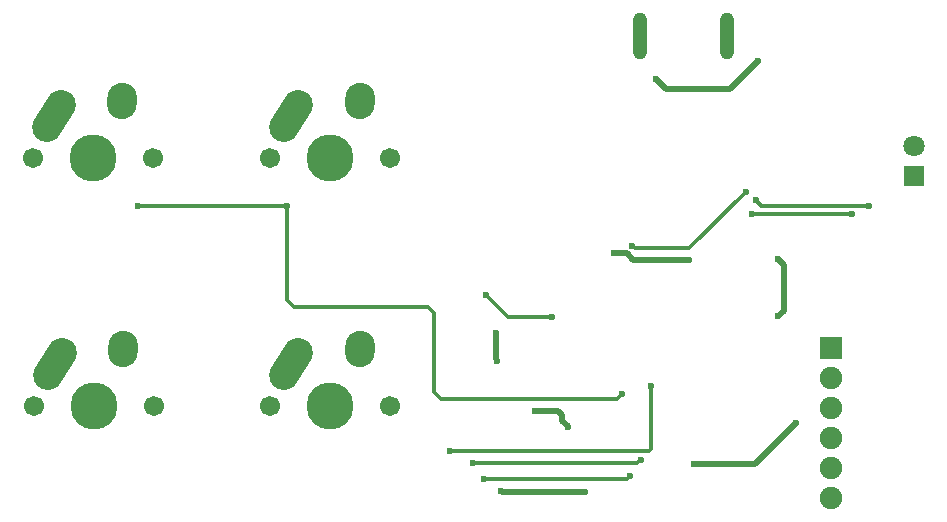
<source format=gtl>
G04*
G04 #@! TF.GenerationSoftware,Altium Limited,Altium Designer,21.2.0 (30)*
G04*
G04 Layer_Physical_Order=1*
G04 Layer_Color=255*
%FSLAX25Y25*%
%MOIN*%
G70*
G04*
G04 #@! TF.SameCoordinates,0040915D-7402-430E-846D-5893D7272676*
G04*
G04*
G04 #@! TF.FilePolarity,Positive*
G04*
G01*
G75*
%ADD21C,0.01181*%
%ADD22C,0.01968*%
%ADD23C,0.07480*%
%ADD24R,0.07480X0.07480*%
%ADD25O,0.04724X0.15748*%
%ADD26R,0.07087X0.07087*%
%ADD27C,0.07087*%
G04:AMPARAMS|DCode=28|XSize=98.43mil|YSize=121.26mil|CornerRadius=49.21mil|HoleSize=0mil|Usage=FLASHONLY|Rotation=356.100|XOffset=0mil|YOffset=0mil|HoleType=Round|Shape=RoundedRectangle|*
%AMROUNDEDRECTD28*
21,1,0.09843,0.02284,0,0,356.1*
21,1,0.00000,0.12126,0,0,356.1*
1,1,0.09843,-0.00078,-0.01139*
1,1,0.09843,-0.00078,-0.01139*
1,1,0.09843,0.00078,0.01139*
1,1,0.09843,0.00078,0.01139*
%
%ADD28ROUNDEDRECTD28*%
G04:AMPARAMS|DCode=29|XSize=98.43mil|YSize=187.01mil|CornerRadius=49.21mil|HoleSize=0mil|Usage=FLASHONLY|Rotation=327.500|XOffset=0mil|YOffset=0mil|HoleType=Round|Shape=RoundedRectangle|*
%AMROUNDEDRECTD29*
21,1,0.09843,0.08858,0,0,327.5*
21,1,0.00000,0.18701,0,0,327.5*
1,1,0.09843,-0.02380,-0.03736*
1,1,0.09843,-0.02380,-0.03736*
1,1,0.09843,0.02380,0.03736*
1,1,0.09843,0.02380,0.03736*
%
%ADD29ROUNDEDRECTD29*%
%ADD30C,0.06700*%
%ADD31C,0.15700*%
%ADD32C,0.02362*%
D21*
X274792Y119095D02*
X307776D01*
X274601Y118903D02*
X274792Y119095D01*
X170768Y57480D02*
X229724D01*
X231102Y58858D01*
X168701Y59547D02*
X170768Y57480D01*
X235433Y107776D02*
X253740D01*
X235039Y108169D02*
X235433Y107776D01*
X234744Y108169D02*
X235039D01*
X253740Y107776D02*
X272441Y126476D01*
X185925Y92126D02*
X193307Y84744D01*
X207776D01*
X237279Y37008D02*
X237598D01*
X232776Y30709D02*
X233858Y31791D01*
X236098Y35827D02*
X237279Y37008D01*
X185335Y30709D02*
X232776D01*
X168701Y59547D02*
Y85827D01*
X166437Y88090D02*
X168701Y85827D01*
X121850Y88090D02*
X166437D01*
X119685Y90256D02*
X121850Y88090D01*
X119685Y90256D02*
Y121555D01*
X181595Y35827D02*
X236098D01*
X173917Y39961D02*
X240105D01*
X240896Y40751D01*
Y61565D01*
X240945Y61614D01*
X119488Y121752D02*
X119685Y121555D01*
X69784Y121752D02*
X119488D01*
X275886Y123524D02*
X277658Y121752D01*
X313681D01*
D22*
X228445Y105905D02*
X232832D01*
X234997Y103740D01*
X253543D01*
X213242Y48130D02*
Y48237D01*
X211333Y50146D02*
X213242Y48237D01*
X211333Y50146D02*
Y51856D01*
X209941Y53248D02*
X211333Y51856D01*
X283268Y84842D02*
X285236Y86811D01*
Y101960D01*
X283366Y103831D02*
Y103937D01*
Y103831D02*
X285236Y101960D01*
X202461Y53248D02*
X209941D01*
X202362Y53347D02*
X202461Y53248D01*
X189567Y70079D02*
Y70185D01*
X189173Y70579D02*
Y79331D01*
Y70579D02*
X189567Y70185D01*
X191043Y26772D02*
X191339Y26476D01*
X218898D01*
X275492Y35630D02*
X289173Y49311D01*
X255217Y35630D02*
X275492D01*
X267421Y160728D02*
X276575Y169882D01*
X245768Y160728D02*
X267421D01*
X242520Y163976D02*
X245768Y160728D01*
D23*
X300787Y24213D02*
D03*
Y34213D02*
D03*
Y44213D02*
D03*
Y54213D02*
D03*
Y64213D02*
D03*
D24*
Y74213D02*
D03*
D25*
X266142Y178347D02*
D03*
X237402D02*
D03*
D26*
X328740Y131496D02*
D03*
D27*
Y141496D02*
D03*
D28*
X64724Y156654D02*
D03*
X143780Y73976D02*
D03*
X65039D02*
D03*
X143780Y156654D02*
D03*
D29*
X41988Y151654D02*
D03*
X121043Y68976D02*
D03*
X42303D02*
D03*
X121043Y151654D02*
D03*
D30*
X74803Y137795D02*
D03*
X34803D02*
D03*
X153858Y55118D02*
D03*
X113858D02*
D03*
X75118D02*
D03*
X35118D02*
D03*
X153858Y137795D02*
D03*
X113858D02*
D03*
D31*
X54803D02*
D03*
X133858Y55118D02*
D03*
X55118D02*
D03*
X133858Y137795D02*
D03*
D32*
X274601Y118903D02*
D03*
X253543Y103740D02*
D03*
X213242Y48130D02*
D03*
X283268Y84842D02*
D03*
X283366Y103937D02*
D03*
X228445Y105905D02*
D03*
X234744Y108169D02*
D03*
X202362Y53347D02*
D03*
X189567Y70079D02*
D03*
X189173Y79331D02*
D03*
X191043Y26772D02*
D03*
X218898Y26476D02*
D03*
X289173Y49311D02*
D03*
X255217Y35630D02*
D03*
X272441Y126476D02*
D03*
X276575Y169882D02*
D03*
X242520Y163976D02*
D03*
X185925Y92126D02*
D03*
X207776Y84744D02*
D03*
X237598Y37008D02*
D03*
X233858Y31791D02*
D03*
X231102Y58858D02*
D03*
X185335Y30709D02*
D03*
X181595Y35827D02*
D03*
X173917Y39961D02*
D03*
X240945Y61614D02*
D03*
X119685Y121555D02*
D03*
X69784Y121752D02*
D03*
X275886Y123524D02*
D03*
X313681Y121752D02*
D03*
X307776Y119095D02*
D03*
M02*

</source>
